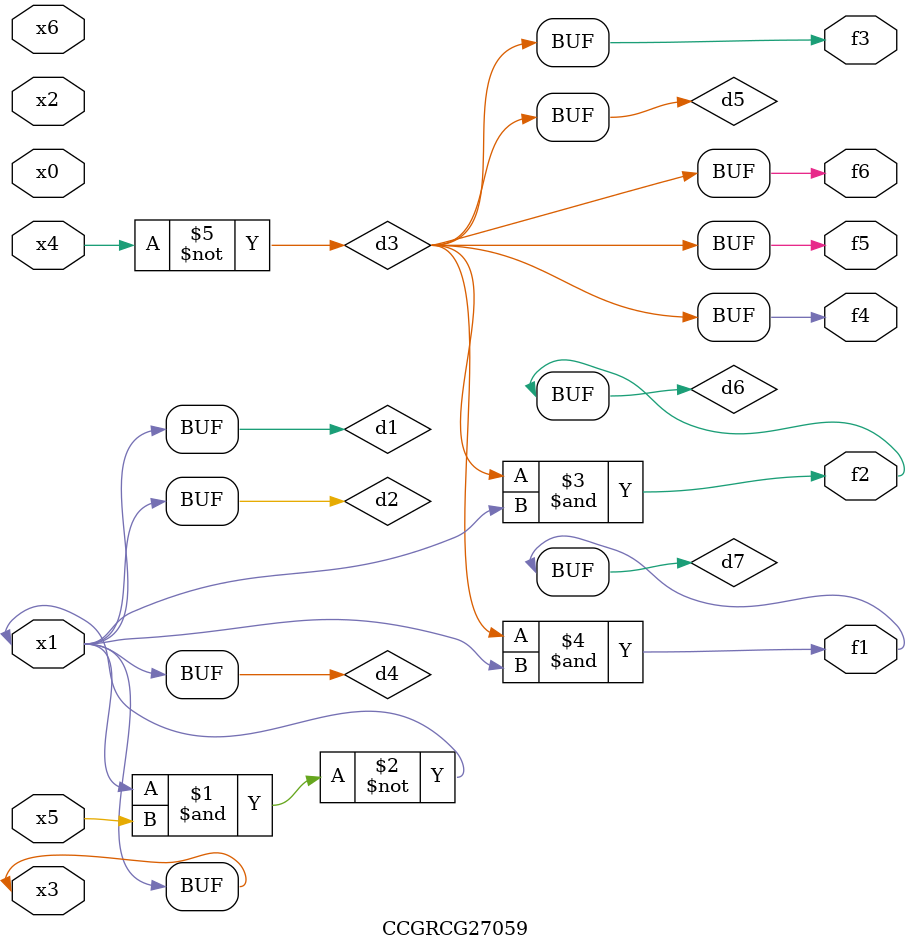
<source format=v>
module CCGRCG27059(
	input x0, x1, x2, x3, x4, x5, x6,
	output f1, f2, f3, f4, f5, f6
);

	wire d1, d2, d3, d4, d5, d6, d7;

	buf (d1, x1, x3);
	nand (d2, x1, x5);
	not (d3, x4);
	buf (d4, d1, d2);
	buf (d5, d3);
	and (d6, d3, d4);
	and (d7, d3, d4);
	assign f1 = d7;
	assign f2 = d6;
	assign f3 = d5;
	assign f4 = d5;
	assign f5 = d5;
	assign f6 = d5;
endmodule

</source>
